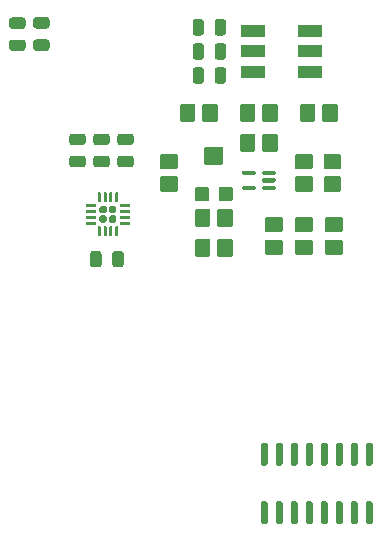
<source format=gbr>
G04 #@! TF.GenerationSoftware,KiCad,Pcbnew,(5.1.6)-1*
G04 #@! TF.CreationDate,2020-07-08T14:04:07+02:00*
G04 #@! TF.ProjectId,InteractiveGuitar,496e7465-7261-4637-9469-766547756974,rev?*
G04 #@! TF.SameCoordinates,Original*
G04 #@! TF.FileFunction,Paste,Top*
G04 #@! TF.FilePolarity,Positive*
%FSLAX46Y46*%
G04 Gerber Fmt 4.6, Leading zero omitted, Abs format (unit mm)*
G04 Created by KiCad (PCBNEW (5.1.6)-1) date 2020-07-08 14:04:07*
%MOMM*%
%LPD*%
G01*
G04 APERTURE LIST*
%ADD10R,2.000000X1.100000*%
G04 APERTURE END LIST*
G36*
G01*
X153883500Y-111785500D02*
X153583500Y-111785500D01*
G75*
G02*
X153433500Y-111635500I0J150000D01*
G01*
X153433500Y-109985500D01*
G75*
G02*
X153583500Y-109835500I150000J0D01*
G01*
X153883500Y-109835500D01*
G75*
G02*
X154033500Y-109985500I0J-150000D01*
G01*
X154033500Y-111635500D01*
G75*
G02*
X153883500Y-111785500I-150000J0D01*
G01*
G37*
G36*
G01*
X155153500Y-111785500D02*
X154853500Y-111785500D01*
G75*
G02*
X154703500Y-111635500I0J150000D01*
G01*
X154703500Y-109985500D01*
G75*
G02*
X154853500Y-109835500I150000J0D01*
G01*
X155153500Y-109835500D01*
G75*
G02*
X155303500Y-109985500I0J-150000D01*
G01*
X155303500Y-111635500D01*
G75*
G02*
X155153500Y-111785500I-150000J0D01*
G01*
G37*
G36*
G01*
X156423500Y-111785500D02*
X156123500Y-111785500D01*
G75*
G02*
X155973500Y-111635500I0J150000D01*
G01*
X155973500Y-109985500D01*
G75*
G02*
X156123500Y-109835500I150000J0D01*
G01*
X156423500Y-109835500D01*
G75*
G02*
X156573500Y-109985500I0J-150000D01*
G01*
X156573500Y-111635500D01*
G75*
G02*
X156423500Y-111785500I-150000J0D01*
G01*
G37*
G36*
G01*
X157693500Y-111785500D02*
X157393500Y-111785500D01*
G75*
G02*
X157243500Y-111635500I0J150000D01*
G01*
X157243500Y-109985500D01*
G75*
G02*
X157393500Y-109835500I150000J0D01*
G01*
X157693500Y-109835500D01*
G75*
G02*
X157843500Y-109985500I0J-150000D01*
G01*
X157843500Y-111635500D01*
G75*
G02*
X157693500Y-111785500I-150000J0D01*
G01*
G37*
G36*
G01*
X158963500Y-111785500D02*
X158663500Y-111785500D01*
G75*
G02*
X158513500Y-111635500I0J150000D01*
G01*
X158513500Y-109985500D01*
G75*
G02*
X158663500Y-109835500I150000J0D01*
G01*
X158963500Y-109835500D01*
G75*
G02*
X159113500Y-109985500I0J-150000D01*
G01*
X159113500Y-111635500D01*
G75*
G02*
X158963500Y-111785500I-150000J0D01*
G01*
G37*
G36*
G01*
X160233500Y-111785500D02*
X159933500Y-111785500D01*
G75*
G02*
X159783500Y-111635500I0J150000D01*
G01*
X159783500Y-109985500D01*
G75*
G02*
X159933500Y-109835500I150000J0D01*
G01*
X160233500Y-109835500D01*
G75*
G02*
X160383500Y-109985500I0J-150000D01*
G01*
X160383500Y-111635500D01*
G75*
G02*
X160233500Y-111785500I-150000J0D01*
G01*
G37*
G36*
G01*
X161503500Y-111785500D02*
X161203500Y-111785500D01*
G75*
G02*
X161053500Y-111635500I0J150000D01*
G01*
X161053500Y-109985500D01*
G75*
G02*
X161203500Y-109835500I150000J0D01*
G01*
X161503500Y-109835500D01*
G75*
G02*
X161653500Y-109985500I0J-150000D01*
G01*
X161653500Y-111635500D01*
G75*
G02*
X161503500Y-111785500I-150000J0D01*
G01*
G37*
G36*
G01*
X162773500Y-111785500D02*
X162473500Y-111785500D01*
G75*
G02*
X162323500Y-111635500I0J150000D01*
G01*
X162323500Y-109985500D01*
G75*
G02*
X162473500Y-109835500I150000J0D01*
G01*
X162773500Y-109835500D01*
G75*
G02*
X162923500Y-109985500I0J-150000D01*
G01*
X162923500Y-111635500D01*
G75*
G02*
X162773500Y-111785500I-150000J0D01*
G01*
G37*
G36*
G01*
X162773500Y-116735500D02*
X162473500Y-116735500D01*
G75*
G02*
X162323500Y-116585500I0J150000D01*
G01*
X162323500Y-114935500D01*
G75*
G02*
X162473500Y-114785500I150000J0D01*
G01*
X162773500Y-114785500D01*
G75*
G02*
X162923500Y-114935500I0J-150000D01*
G01*
X162923500Y-116585500D01*
G75*
G02*
X162773500Y-116735500I-150000J0D01*
G01*
G37*
G36*
G01*
X161503500Y-116735500D02*
X161203500Y-116735500D01*
G75*
G02*
X161053500Y-116585500I0J150000D01*
G01*
X161053500Y-114935500D01*
G75*
G02*
X161203500Y-114785500I150000J0D01*
G01*
X161503500Y-114785500D01*
G75*
G02*
X161653500Y-114935500I0J-150000D01*
G01*
X161653500Y-116585500D01*
G75*
G02*
X161503500Y-116735500I-150000J0D01*
G01*
G37*
G36*
G01*
X160233500Y-116735500D02*
X159933500Y-116735500D01*
G75*
G02*
X159783500Y-116585500I0J150000D01*
G01*
X159783500Y-114935500D01*
G75*
G02*
X159933500Y-114785500I150000J0D01*
G01*
X160233500Y-114785500D01*
G75*
G02*
X160383500Y-114935500I0J-150000D01*
G01*
X160383500Y-116585500D01*
G75*
G02*
X160233500Y-116735500I-150000J0D01*
G01*
G37*
G36*
G01*
X158963500Y-116735500D02*
X158663500Y-116735500D01*
G75*
G02*
X158513500Y-116585500I0J150000D01*
G01*
X158513500Y-114935500D01*
G75*
G02*
X158663500Y-114785500I150000J0D01*
G01*
X158963500Y-114785500D01*
G75*
G02*
X159113500Y-114935500I0J-150000D01*
G01*
X159113500Y-116585500D01*
G75*
G02*
X158963500Y-116735500I-150000J0D01*
G01*
G37*
G36*
G01*
X157693500Y-116735500D02*
X157393500Y-116735500D01*
G75*
G02*
X157243500Y-116585500I0J150000D01*
G01*
X157243500Y-114935500D01*
G75*
G02*
X157393500Y-114785500I150000J0D01*
G01*
X157693500Y-114785500D01*
G75*
G02*
X157843500Y-114935500I0J-150000D01*
G01*
X157843500Y-116585500D01*
G75*
G02*
X157693500Y-116735500I-150000J0D01*
G01*
G37*
G36*
G01*
X156423500Y-116735500D02*
X156123500Y-116735500D01*
G75*
G02*
X155973500Y-116585500I0J150000D01*
G01*
X155973500Y-114935500D01*
G75*
G02*
X156123500Y-114785500I150000J0D01*
G01*
X156423500Y-114785500D01*
G75*
G02*
X156573500Y-114935500I0J-150000D01*
G01*
X156573500Y-116585500D01*
G75*
G02*
X156423500Y-116735500I-150000J0D01*
G01*
G37*
G36*
G01*
X155153500Y-116735500D02*
X154853500Y-116735500D01*
G75*
G02*
X154703500Y-116585500I0J150000D01*
G01*
X154703500Y-114935500D01*
G75*
G02*
X154853500Y-114785500I150000J0D01*
G01*
X155153500Y-114785500D01*
G75*
G02*
X155303500Y-114935500I0J-150000D01*
G01*
X155303500Y-116585500D01*
G75*
G02*
X155153500Y-116735500I-150000J0D01*
G01*
G37*
G36*
G01*
X153883500Y-116735500D02*
X153583500Y-116735500D01*
G75*
G02*
X153433500Y-116585500I0J150000D01*
G01*
X153433500Y-114935500D01*
G75*
G02*
X153583500Y-114785500I150000J0D01*
G01*
X153883500Y-114785500D01*
G75*
G02*
X154033500Y-114935500I0J-150000D01*
G01*
X154033500Y-116585500D01*
G75*
G02*
X153883500Y-116735500I-150000J0D01*
G01*
G37*
G36*
G01*
X133298250Y-74797500D02*
X132385750Y-74797500D01*
G75*
G02*
X132142000Y-74553750I0J243750D01*
G01*
X132142000Y-74066250D01*
G75*
G02*
X132385750Y-73822500I243750J0D01*
G01*
X133298250Y-73822500D01*
G75*
G02*
X133542000Y-74066250I0J-243750D01*
G01*
X133542000Y-74553750D01*
G75*
G02*
X133298250Y-74797500I-243750J0D01*
G01*
G37*
G36*
G01*
X133298250Y-76672500D02*
X132385750Y-76672500D01*
G75*
G02*
X132142000Y-76428750I0J243750D01*
G01*
X132142000Y-75941250D01*
G75*
G02*
X132385750Y-75697500I243750J0D01*
G01*
X133298250Y-75697500D01*
G75*
G02*
X133542000Y-75941250I0J-243750D01*
G01*
X133542000Y-76428750D01*
G75*
G02*
X133298250Y-76672500I-243750J0D01*
G01*
G37*
G36*
G01*
X135330250Y-74782500D02*
X134417750Y-74782500D01*
G75*
G02*
X134174000Y-74538750I0J243750D01*
G01*
X134174000Y-74051250D01*
G75*
G02*
X134417750Y-73807500I243750J0D01*
G01*
X135330250Y-73807500D01*
G75*
G02*
X135574000Y-74051250I0J-243750D01*
G01*
X135574000Y-74538750D01*
G75*
G02*
X135330250Y-74782500I-243750J0D01*
G01*
G37*
G36*
G01*
X135330250Y-76657500D02*
X134417750Y-76657500D01*
G75*
G02*
X134174000Y-76413750I0J243750D01*
G01*
X134174000Y-75926250D01*
G75*
G02*
X134417750Y-75682500I243750J0D01*
G01*
X135330250Y-75682500D01*
G75*
G02*
X135574000Y-75926250I0J-243750D01*
G01*
X135574000Y-76413750D01*
G75*
G02*
X135330250Y-76657500I-243750J0D01*
G01*
G37*
D10*
X152794000Y-78408000D03*
X152794000Y-76708000D03*
X152794000Y-75008000D03*
X157594000Y-75008000D03*
X157594000Y-76708000D03*
X157594000Y-78408000D03*
G36*
G01*
X148648000Y-78283750D02*
X148648000Y-79196250D01*
G75*
G02*
X148404250Y-79440000I-243750J0D01*
G01*
X147916750Y-79440000D01*
G75*
G02*
X147673000Y-79196250I0J243750D01*
G01*
X147673000Y-78283750D01*
G75*
G02*
X147916750Y-78040000I243750J0D01*
G01*
X148404250Y-78040000D01*
G75*
G02*
X148648000Y-78283750I0J-243750D01*
G01*
G37*
G36*
G01*
X150523000Y-78283750D02*
X150523000Y-79196250D01*
G75*
G02*
X150279250Y-79440000I-243750J0D01*
G01*
X149791750Y-79440000D01*
G75*
G02*
X149548000Y-79196250I0J243750D01*
G01*
X149548000Y-78283750D01*
G75*
G02*
X149791750Y-78040000I243750J0D01*
G01*
X150279250Y-78040000D01*
G75*
G02*
X150523000Y-78283750I0J-243750D01*
G01*
G37*
G36*
G01*
X148648000Y-76251750D02*
X148648000Y-77164250D01*
G75*
G02*
X148404250Y-77408000I-243750J0D01*
G01*
X147916750Y-77408000D01*
G75*
G02*
X147673000Y-77164250I0J243750D01*
G01*
X147673000Y-76251750D01*
G75*
G02*
X147916750Y-76008000I243750J0D01*
G01*
X148404250Y-76008000D01*
G75*
G02*
X148648000Y-76251750I0J-243750D01*
G01*
G37*
G36*
G01*
X150523000Y-76251750D02*
X150523000Y-77164250D01*
G75*
G02*
X150279250Y-77408000I-243750J0D01*
G01*
X149791750Y-77408000D01*
G75*
G02*
X149548000Y-77164250I0J243750D01*
G01*
X149548000Y-76251750D01*
G75*
G02*
X149791750Y-76008000I243750J0D01*
G01*
X150279250Y-76008000D01*
G75*
G02*
X150523000Y-76251750I0J-243750D01*
G01*
G37*
G36*
G01*
X148648000Y-74207750D02*
X148648000Y-75120250D01*
G75*
G02*
X148404250Y-75364000I-243750J0D01*
G01*
X147916750Y-75364000D01*
G75*
G02*
X147673000Y-75120250I0J243750D01*
G01*
X147673000Y-74207750D01*
G75*
G02*
X147916750Y-73964000I243750J0D01*
G01*
X148404250Y-73964000D01*
G75*
G02*
X148648000Y-74207750I0J-243750D01*
G01*
G37*
G36*
G01*
X150523000Y-74207750D02*
X150523000Y-75120250D01*
G75*
G02*
X150279250Y-75364000I-243750J0D01*
G01*
X149791750Y-75364000D01*
G75*
G02*
X149548000Y-75120250I0J243750D01*
G01*
X149548000Y-74207750D01*
G75*
G02*
X149791750Y-73964000I243750J0D01*
G01*
X150279250Y-73964000D01*
G75*
G02*
X150523000Y-74207750I0J-243750D01*
G01*
G37*
G36*
G01*
X138378250Y-84640000D02*
X137465750Y-84640000D01*
G75*
G02*
X137222000Y-84396250I0J243750D01*
G01*
X137222000Y-83908750D01*
G75*
G02*
X137465750Y-83665000I243750J0D01*
G01*
X138378250Y-83665000D01*
G75*
G02*
X138622000Y-83908750I0J-243750D01*
G01*
X138622000Y-84396250D01*
G75*
G02*
X138378250Y-84640000I-243750J0D01*
G01*
G37*
G36*
G01*
X138378250Y-86515000D02*
X137465750Y-86515000D01*
G75*
G02*
X137222000Y-86271250I0J243750D01*
G01*
X137222000Y-85783750D01*
G75*
G02*
X137465750Y-85540000I243750J0D01*
G01*
X138378250Y-85540000D01*
G75*
G02*
X138622000Y-85783750I0J-243750D01*
G01*
X138622000Y-86271250D01*
G75*
G02*
X138378250Y-86515000I-243750J0D01*
G01*
G37*
G36*
G01*
X140410250Y-84640000D02*
X139497750Y-84640000D01*
G75*
G02*
X139254000Y-84396250I0J243750D01*
G01*
X139254000Y-83908750D01*
G75*
G02*
X139497750Y-83665000I243750J0D01*
G01*
X140410250Y-83665000D01*
G75*
G02*
X140654000Y-83908750I0J-243750D01*
G01*
X140654000Y-84396250D01*
G75*
G02*
X140410250Y-84640000I-243750J0D01*
G01*
G37*
G36*
G01*
X140410250Y-86515000D02*
X139497750Y-86515000D01*
G75*
G02*
X139254000Y-86271250I0J243750D01*
G01*
X139254000Y-85783750D01*
G75*
G02*
X139497750Y-85540000I243750J0D01*
G01*
X140410250Y-85540000D01*
G75*
G02*
X140654000Y-85783750I0J-243750D01*
G01*
X140654000Y-86271250D01*
G75*
G02*
X140410250Y-86515000I-243750J0D01*
G01*
G37*
G36*
G01*
X142442250Y-84640000D02*
X141529750Y-84640000D01*
G75*
G02*
X141286000Y-84396250I0J243750D01*
G01*
X141286000Y-83908750D01*
G75*
G02*
X141529750Y-83665000I243750J0D01*
G01*
X142442250Y-83665000D01*
G75*
G02*
X142686000Y-83908750I0J-243750D01*
G01*
X142686000Y-84396250D01*
G75*
G02*
X142442250Y-84640000I-243750J0D01*
G01*
G37*
G36*
G01*
X142442250Y-86515000D02*
X141529750Y-86515000D01*
G75*
G02*
X141286000Y-86271250I0J243750D01*
G01*
X141286000Y-85783750D01*
G75*
G02*
X141529750Y-85540000I243750J0D01*
G01*
X142442250Y-85540000D01*
G75*
G02*
X142686000Y-85783750I0J-243750D01*
G01*
X142686000Y-86271250D01*
G75*
G02*
X142442250Y-86515000I-243750J0D01*
G01*
G37*
G36*
G01*
X139972000Y-93835750D02*
X139972000Y-94748250D01*
G75*
G02*
X139728250Y-94992000I-243750J0D01*
G01*
X139240750Y-94992000D01*
G75*
G02*
X138997000Y-94748250I0J243750D01*
G01*
X138997000Y-93835750D01*
G75*
G02*
X139240750Y-93592000I243750J0D01*
G01*
X139728250Y-93592000D01*
G75*
G02*
X139972000Y-93835750I0J-243750D01*
G01*
G37*
G36*
G01*
X141847000Y-93835750D02*
X141847000Y-94748250D01*
G75*
G02*
X141603250Y-94992000I-243750J0D01*
G01*
X141115750Y-94992000D01*
G75*
G02*
X140872000Y-94748250I0J243750D01*
G01*
X140872000Y-93835750D01*
G75*
G02*
X141115750Y-93592000I243750J0D01*
G01*
X141603250Y-93592000D01*
G75*
G02*
X141847000Y-93835750I0J-243750D01*
G01*
G37*
G36*
G01*
X149879000Y-89293400D02*
X149879000Y-88296600D01*
G75*
G02*
X149980600Y-88195000I101600J0D01*
G01*
X150977400Y-88195000D01*
G75*
G02*
X151079000Y-88296600I0J-101600D01*
G01*
X151079000Y-89293400D01*
G75*
G02*
X150977400Y-89395000I-101600J0D01*
G01*
X149980600Y-89395000D01*
G75*
G02*
X149879000Y-89293400I0J101600D01*
G01*
G37*
G36*
G01*
X147879000Y-89293400D02*
X147879000Y-88296600D01*
G75*
G02*
X147980600Y-88195000I101600J0D01*
G01*
X148977400Y-88195000D01*
G75*
G02*
X149079000Y-88296600I0J-101600D01*
G01*
X149079000Y-89293400D01*
G75*
G02*
X148977400Y-89395000I-101600J0D01*
G01*
X147980600Y-89395000D01*
G75*
G02*
X147879000Y-89293400I0J101600D01*
G01*
G37*
G36*
G01*
X148679000Y-86193400D02*
X148679000Y-84896600D01*
G75*
G02*
X148780600Y-84795000I101600J0D01*
G01*
X150177400Y-84795000D01*
G75*
G02*
X150279000Y-84896600I0J-101600D01*
G01*
X150279000Y-86193400D01*
G75*
G02*
X150177400Y-86295000I-101600J0D01*
G01*
X148780600Y-86295000D01*
G75*
G02*
X148679000Y-86193400I0J101600D01*
G01*
G37*
G36*
G01*
X152912400Y-88455000D02*
X151965600Y-88455000D01*
G75*
G02*
X151864000Y-88353400I0J101600D01*
G01*
X151864000Y-88206600D01*
G75*
G02*
X151965600Y-88105000I101600J0D01*
G01*
X152912400Y-88105000D01*
G75*
G02*
X153014000Y-88206600I0J-101600D01*
G01*
X153014000Y-88353400D01*
G75*
G02*
X152912400Y-88455000I-101600J0D01*
G01*
G37*
G36*
G01*
X152912400Y-87155000D02*
X151965600Y-87155000D01*
G75*
G02*
X151864000Y-87053400I0J101600D01*
G01*
X151864000Y-86906600D01*
G75*
G02*
X151965600Y-86805000I101600J0D01*
G01*
X152912400Y-86805000D01*
G75*
G02*
X153014000Y-86906600I0J-101600D01*
G01*
X153014000Y-87053400D01*
G75*
G02*
X152912400Y-87155000I-101600J0D01*
G01*
G37*
G36*
G01*
X154612400Y-87155000D02*
X153665600Y-87155000D01*
G75*
G02*
X153564000Y-87053400I0J101600D01*
G01*
X153564000Y-86906600D01*
G75*
G02*
X153665600Y-86805000I101600J0D01*
G01*
X154612400Y-86805000D01*
G75*
G02*
X154714000Y-86906600I0J-101600D01*
G01*
X154714000Y-87053400D01*
G75*
G02*
X154612400Y-87155000I-101600J0D01*
G01*
G37*
G36*
G01*
X154612400Y-87805000D02*
X153665600Y-87805000D01*
G75*
G02*
X153564000Y-87703400I0J101600D01*
G01*
X153564000Y-87556600D01*
G75*
G02*
X153665600Y-87455000I101600J0D01*
G01*
X154612400Y-87455000D01*
G75*
G02*
X154714000Y-87556600I0J-101600D01*
G01*
X154714000Y-87703400D01*
G75*
G02*
X154612400Y-87805000I-101600J0D01*
G01*
G37*
G36*
G01*
X154612400Y-88455000D02*
X153665600Y-88455000D01*
G75*
G02*
X153564000Y-88353400I0J101600D01*
G01*
X153564000Y-88206600D01*
G75*
G02*
X153665600Y-88105000I101600J0D01*
G01*
X154612400Y-88105000D01*
G75*
G02*
X154714000Y-88206600I0J-101600D01*
G01*
X154714000Y-88353400D01*
G75*
G02*
X154612400Y-88455000I-101600J0D01*
G01*
G37*
G36*
G01*
X139954000Y-90578000D02*
X140274000Y-90578000D01*
G75*
G02*
X140434000Y-90738000I0J-160000D01*
G01*
X140434000Y-91058000D01*
G75*
G02*
X140274000Y-91218000I-160000J0D01*
G01*
X139954000Y-91218000D01*
G75*
G02*
X139794000Y-91058000I0J160000D01*
G01*
X139794000Y-90738000D01*
G75*
G02*
X139954000Y-90578000I160000J0D01*
G01*
G37*
G36*
G01*
X140754000Y-90578000D02*
X141074000Y-90578000D01*
G75*
G02*
X141234000Y-90738000I0J-160000D01*
G01*
X141234000Y-91058000D01*
G75*
G02*
X141074000Y-91218000I-160000J0D01*
G01*
X140754000Y-91218000D01*
G75*
G02*
X140594000Y-91058000I0J160000D01*
G01*
X140594000Y-90738000D01*
G75*
G02*
X140754000Y-90578000I160000J0D01*
G01*
G37*
G36*
G01*
X139954000Y-89778000D02*
X140274000Y-89778000D01*
G75*
G02*
X140434000Y-89938000I0J-160000D01*
G01*
X140434000Y-90258000D01*
G75*
G02*
X140274000Y-90418000I-160000J0D01*
G01*
X139954000Y-90418000D01*
G75*
G02*
X139794000Y-90258000I0J160000D01*
G01*
X139794000Y-89938000D01*
G75*
G02*
X139954000Y-89778000I160000J0D01*
G01*
G37*
G36*
G01*
X140754000Y-89778000D02*
X141074000Y-89778000D01*
G75*
G02*
X141234000Y-89938000I0J-160000D01*
G01*
X141234000Y-90258000D01*
G75*
G02*
X141074000Y-90418000I-160000J0D01*
G01*
X140754000Y-90418000D01*
G75*
G02*
X140594000Y-90258000I0J160000D01*
G01*
X140594000Y-89938000D01*
G75*
G02*
X140754000Y-89778000I160000J0D01*
G01*
G37*
G36*
G01*
X141576500Y-89623000D02*
X142326500Y-89623000D01*
G75*
G02*
X142389000Y-89685500I0J-62500D01*
G01*
X142389000Y-89810500D01*
G75*
G02*
X142326500Y-89873000I-62500J0D01*
G01*
X141576500Y-89873000D01*
G75*
G02*
X141514000Y-89810500I0J62500D01*
G01*
X141514000Y-89685500D01*
G75*
G02*
X141576500Y-89623000I62500J0D01*
G01*
G37*
G36*
G01*
X141576500Y-90123000D02*
X142326500Y-90123000D01*
G75*
G02*
X142389000Y-90185500I0J-62500D01*
G01*
X142389000Y-90310500D01*
G75*
G02*
X142326500Y-90373000I-62500J0D01*
G01*
X141576500Y-90373000D01*
G75*
G02*
X141514000Y-90310500I0J62500D01*
G01*
X141514000Y-90185500D01*
G75*
G02*
X141576500Y-90123000I62500J0D01*
G01*
G37*
G36*
G01*
X141576500Y-90623000D02*
X142326500Y-90623000D01*
G75*
G02*
X142389000Y-90685500I0J-62500D01*
G01*
X142389000Y-90810500D01*
G75*
G02*
X142326500Y-90873000I-62500J0D01*
G01*
X141576500Y-90873000D01*
G75*
G02*
X141514000Y-90810500I0J62500D01*
G01*
X141514000Y-90685500D01*
G75*
G02*
X141576500Y-90623000I62500J0D01*
G01*
G37*
G36*
G01*
X141576500Y-91123000D02*
X142326500Y-91123000D01*
G75*
G02*
X142389000Y-91185500I0J-62500D01*
G01*
X142389000Y-91310500D01*
G75*
G02*
X142326500Y-91373000I-62500J0D01*
G01*
X141576500Y-91373000D01*
G75*
G02*
X141514000Y-91310500I0J62500D01*
G01*
X141514000Y-91185500D01*
G75*
G02*
X141576500Y-91123000I62500J0D01*
G01*
G37*
G36*
G01*
X141201500Y-91498000D02*
X141326500Y-91498000D01*
G75*
G02*
X141389000Y-91560500I0J-62500D01*
G01*
X141389000Y-92310500D01*
G75*
G02*
X141326500Y-92373000I-62500J0D01*
G01*
X141201500Y-92373000D01*
G75*
G02*
X141139000Y-92310500I0J62500D01*
G01*
X141139000Y-91560500D01*
G75*
G02*
X141201500Y-91498000I62500J0D01*
G01*
G37*
G36*
G01*
X140701500Y-91498000D02*
X140826500Y-91498000D01*
G75*
G02*
X140889000Y-91560500I0J-62500D01*
G01*
X140889000Y-92310500D01*
G75*
G02*
X140826500Y-92373000I-62500J0D01*
G01*
X140701500Y-92373000D01*
G75*
G02*
X140639000Y-92310500I0J62500D01*
G01*
X140639000Y-91560500D01*
G75*
G02*
X140701500Y-91498000I62500J0D01*
G01*
G37*
G36*
G01*
X140201500Y-91498000D02*
X140326500Y-91498000D01*
G75*
G02*
X140389000Y-91560500I0J-62500D01*
G01*
X140389000Y-92310500D01*
G75*
G02*
X140326500Y-92373000I-62500J0D01*
G01*
X140201500Y-92373000D01*
G75*
G02*
X140139000Y-92310500I0J62500D01*
G01*
X140139000Y-91560500D01*
G75*
G02*
X140201500Y-91498000I62500J0D01*
G01*
G37*
G36*
G01*
X139701500Y-91498000D02*
X139826500Y-91498000D01*
G75*
G02*
X139889000Y-91560500I0J-62500D01*
G01*
X139889000Y-92310500D01*
G75*
G02*
X139826500Y-92373000I-62500J0D01*
G01*
X139701500Y-92373000D01*
G75*
G02*
X139639000Y-92310500I0J62500D01*
G01*
X139639000Y-91560500D01*
G75*
G02*
X139701500Y-91498000I62500J0D01*
G01*
G37*
G36*
G01*
X138701500Y-91123000D02*
X139451500Y-91123000D01*
G75*
G02*
X139514000Y-91185500I0J-62500D01*
G01*
X139514000Y-91310500D01*
G75*
G02*
X139451500Y-91373000I-62500J0D01*
G01*
X138701500Y-91373000D01*
G75*
G02*
X138639000Y-91310500I0J62500D01*
G01*
X138639000Y-91185500D01*
G75*
G02*
X138701500Y-91123000I62500J0D01*
G01*
G37*
G36*
G01*
X138701500Y-90623000D02*
X139451500Y-90623000D01*
G75*
G02*
X139514000Y-90685500I0J-62500D01*
G01*
X139514000Y-90810500D01*
G75*
G02*
X139451500Y-90873000I-62500J0D01*
G01*
X138701500Y-90873000D01*
G75*
G02*
X138639000Y-90810500I0J62500D01*
G01*
X138639000Y-90685500D01*
G75*
G02*
X138701500Y-90623000I62500J0D01*
G01*
G37*
G36*
G01*
X138701500Y-90123000D02*
X139451500Y-90123000D01*
G75*
G02*
X139514000Y-90185500I0J-62500D01*
G01*
X139514000Y-90310500D01*
G75*
G02*
X139451500Y-90373000I-62500J0D01*
G01*
X138701500Y-90373000D01*
G75*
G02*
X138639000Y-90310500I0J62500D01*
G01*
X138639000Y-90185500D01*
G75*
G02*
X138701500Y-90123000I62500J0D01*
G01*
G37*
G36*
G01*
X138701500Y-89623000D02*
X139451500Y-89623000D01*
G75*
G02*
X139514000Y-89685500I0J-62500D01*
G01*
X139514000Y-89810500D01*
G75*
G02*
X139451500Y-89873000I-62500J0D01*
G01*
X138701500Y-89873000D01*
G75*
G02*
X138639000Y-89810500I0J62500D01*
G01*
X138639000Y-89685500D01*
G75*
G02*
X138701500Y-89623000I62500J0D01*
G01*
G37*
G36*
G01*
X139701500Y-88623000D02*
X139826500Y-88623000D01*
G75*
G02*
X139889000Y-88685500I0J-62500D01*
G01*
X139889000Y-89435500D01*
G75*
G02*
X139826500Y-89498000I-62500J0D01*
G01*
X139701500Y-89498000D01*
G75*
G02*
X139639000Y-89435500I0J62500D01*
G01*
X139639000Y-88685500D01*
G75*
G02*
X139701500Y-88623000I62500J0D01*
G01*
G37*
G36*
G01*
X140201500Y-88623000D02*
X140326500Y-88623000D01*
G75*
G02*
X140389000Y-88685500I0J-62500D01*
G01*
X140389000Y-89435500D01*
G75*
G02*
X140326500Y-89498000I-62500J0D01*
G01*
X140201500Y-89498000D01*
G75*
G02*
X140139000Y-89435500I0J62500D01*
G01*
X140139000Y-88685500D01*
G75*
G02*
X140201500Y-88623000I62500J0D01*
G01*
G37*
G36*
G01*
X140701500Y-88623000D02*
X140826500Y-88623000D01*
G75*
G02*
X140889000Y-88685500I0J-62500D01*
G01*
X140889000Y-89435500D01*
G75*
G02*
X140826500Y-89498000I-62500J0D01*
G01*
X140701500Y-89498000D01*
G75*
G02*
X140639000Y-89435500I0J62500D01*
G01*
X140639000Y-88685500D01*
G75*
G02*
X140701500Y-88623000I62500J0D01*
G01*
G37*
G36*
G01*
X141201500Y-88623000D02*
X141326500Y-88623000D01*
G75*
G02*
X141389000Y-88685500I0J-62500D01*
G01*
X141389000Y-89435500D01*
G75*
G02*
X141326500Y-89498000I-62500J0D01*
G01*
X141201500Y-89498000D01*
G75*
G02*
X141139000Y-89435500I0J62500D01*
G01*
X141139000Y-88685500D01*
G75*
G02*
X141201500Y-88623000I62500J0D01*
G01*
G37*
G36*
G01*
X147909000Y-81266600D02*
X147909000Y-82563400D01*
G75*
G02*
X147807400Y-82665000I-101600J0D01*
G01*
X146710600Y-82665000D01*
G75*
G02*
X146609000Y-82563400I0J101600D01*
G01*
X146609000Y-81266600D01*
G75*
G02*
X146710600Y-81165000I101600J0D01*
G01*
X147807400Y-81165000D01*
G75*
G02*
X147909000Y-81266600I0J-101600D01*
G01*
G37*
G36*
G01*
X149809000Y-81266600D02*
X149809000Y-82563400D01*
G75*
G02*
X149707400Y-82665000I-101600J0D01*
G01*
X148610600Y-82665000D01*
G75*
G02*
X148509000Y-82563400I0J101600D01*
G01*
X148509000Y-81266600D01*
G75*
G02*
X148610600Y-81165000I101600J0D01*
G01*
X149707400Y-81165000D01*
G75*
G02*
X149809000Y-81266600I0J-101600D01*
G01*
G37*
G36*
G01*
X156450600Y-87295000D02*
X157747400Y-87295000D01*
G75*
G02*
X157849000Y-87396600I0J-101600D01*
G01*
X157849000Y-88493400D01*
G75*
G02*
X157747400Y-88595000I-101600J0D01*
G01*
X156450600Y-88595000D01*
G75*
G02*
X156349000Y-88493400I0J101600D01*
G01*
X156349000Y-87396600D01*
G75*
G02*
X156450600Y-87295000I101600J0D01*
G01*
G37*
G36*
G01*
X156450600Y-85395000D02*
X157747400Y-85395000D01*
G75*
G02*
X157849000Y-85496600I0J-101600D01*
G01*
X157849000Y-86593400D01*
G75*
G02*
X157747400Y-86695000I-101600J0D01*
G01*
X156450600Y-86695000D01*
G75*
G02*
X156349000Y-86593400I0J101600D01*
G01*
X156349000Y-85496600D01*
G75*
G02*
X156450600Y-85395000I101600J0D01*
G01*
G37*
G36*
G01*
X155207400Y-92035000D02*
X153910600Y-92035000D01*
G75*
G02*
X153809000Y-91933400I0J101600D01*
G01*
X153809000Y-90836600D01*
G75*
G02*
X153910600Y-90735000I101600J0D01*
G01*
X155207400Y-90735000D01*
G75*
G02*
X155309000Y-90836600I0J-101600D01*
G01*
X155309000Y-91933400D01*
G75*
G02*
X155207400Y-92035000I-101600J0D01*
G01*
G37*
G36*
G01*
X155207400Y-93935000D02*
X153910600Y-93935000D01*
G75*
G02*
X153809000Y-93833400I0J101600D01*
G01*
X153809000Y-92736600D01*
G75*
G02*
X153910600Y-92635000I101600J0D01*
G01*
X155207400Y-92635000D01*
G75*
G02*
X155309000Y-92736600I0J-101600D01*
G01*
X155309000Y-93833400D01*
G75*
G02*
X155207400Y-93935000I-101600J0D01*
G01*
G37*
G36*
G01*
X152989000Y-81266600D02*
X152989000Y-82563400D01*
G75*
G02*
X152887400Y-82665000I-101600J0D01*
G01*
X151790600Y-82665000D01*
G75*
G02*
X151689000Y-82563400I0J101600D01*
G01*
X151689000Y-81266600D01*
G75*
G02*
X151790600Y-81165000I101600J0D01*
G01*
X152887400Y-81165000D01*
G75*
G02*
X152989000Y-81266600I0J-101600D01*
G01*
G37*
G36*
G01*
X154889000Y-81266600D02*
X154889000Y-82563400D01*
G75*
G02*
X154787400Y-82665000I-101600J0D01*
G01*
X153690600Y-82665000D01*
G75*
G02*
X153589000Y-82563400I0J101600D01*
G01*
X153589000Y-81266600D01*
G75*
G02*
X153690600Y-81165000I101600J0D01*
G01*
X154787400Y-81165000D01*
G75*
G02*
X154889000Y-81266600I0J-101600D01*
G01*
G37*
G36*
G01*
X160287400Y-92035000D02*
X158990600Y-92035000D01*
G75*
G02*
X158889000Y-91933400I0J101600D01*
G01*
X158889000Y-90836600D01*
G75*
G02*
X158990600Y-90735000I101600J0D01*
G01*
X160287400Y-90735000D01*
G75*
G02*
X160389000Y-90836600I0J-101600D01*
G01*
X160389000Y-91933400D01*
G75*
G02*
X160287400Y-92035000I-101600J0D01*
G01*
G37*
G36*
G01*
X160287400Y-93935000D02*
X158990600Y-93935000D01*
G75*
G02*
X158889000Y-93833400I0J101600D01*
G01*
X158889000Y-92736600D01*
G75*
G02*
X158990600Y-92635000I101600J0D01*
G01*
X160287400Y-92635000D01*
G75*
G02*
X160389000Y-92736600I0J-101600D01*
G01*
X160389000Y-93833400D01*
G75*
G02*
X160287400Y-93935000I-101600J0D01*
G01*
G37*
G36*
G01*
X149779000Y-93993400D02*
X149779000Y-92696600D01*
G75*
G02*
X149880600Y-92595000I101600J0D01*
G01*
X150977400Y-92595000D01*
G75*
G02*
X151079000Y-92696600I0J-101600D01*
G01*
X151079000Y-93993400D01*
G75*
G02*
X150977400Y-94095000I-101600J0D01*
G01*
X149880600Y-94095000D01*
G75*
G02*
X149779000Y-93993400I0J101600D01*
G01*
G37*
G36*
G01*
X147879000Y-93993400D02*
X147879000Y-92696600D01*
G75*
G02*
X147980600Y-92595000I101600J0D01*
G01*
X149077400Y-92595000D01*
G75*
G02*
X149179000Y-92696600I0J-101600D01*
G01*
X149179000Y-93993400D01*
G75*
G02*
X149077400Y-94095000I-101600J0D01*
G01*
X147980600Y-94095000D01*
G75*
G02*
X147879000Y-93993400I0J101600D01*
G01*
G37*
G36*
G01*
X153589000Y-85103400D02*
X153589000Y-83806600D01*
G75*
G02*
X153690600Y-83705000I101600J0D01*
G01*
X154787400Y-83705000D01*
G75*
G02*
X154889000Y-83806600I0J-101600D01*
G01*
X154889000Y-85103400D01*
G75*
G02*
X154787400Y-85205000I-101600J0D01*
G01*
X153690600Y-85205000D01*
G75*
G02*
X153589000Y-85103400I0J101600D01*
G01*
G37*
G36*
G01*
X151689000Y-85103400D02*
X151689000Y-83806600D01*
G75*
G02*
X151790600Y-83705000I101600J0D01*
G01*
X152887400Y-83705000D01*
G75*
G02*
X152989000Y-83806600I0J-101600D01*
G01*
X152989000Y-85103400D01*
G75*
G02*
X152887400Y-85205000I-101600J0D01*
G01*
X151790600Y-85205000D01*
G75*
G02*
X151689000Y-85103400I0J101600D01*
G01*
G37*
G36*
G01*
X149179000Y-90156600D02*
X149179000Y-91453400D01*
G75*
G02*
X149077400Y-91555000I-101600J0D01*
G01*
X147980600Y-91555000D01*
G75*
G02*
X147879000Y-91453400I0J101600D01*
G01*
X147879000Y-90156600D01*
G75*
G02*
X147980600Y-90055000I101600J0D01*
G01*
X149077400Y-90055000D01*
G75*
G02*
X149179000Y-90156600I0J-101600D01*
G01*
G37*
G36*
G01*
X151079000Y-90156600D02*
X151079000Y-91453400D01*
G75*
G02*
X150977400Y-91555000I-101600J0D01*
G01*
X149880600Y-91555000D01*
G75*
G02*
X149779000Y-91453400I0J101600D01*
G01*
X149779000Y-90156600D01*
G75*
G02*
X149880600Y-90055000I101600J0D01*
G01*
X150977400Y-90055000D01*
G75*
G02*
X151079000Y-90156600I0J-101600D01*
G01*
G37*
G36*
G01*
X145020600Y-87295000D02*
X146317400Y-87295000D01*
G75*
G02*
X146419000Y-87396600I0J-101600D01*
G01*
X146419000Y-88493400D01*
G75*
G02*
X146317400Y-88595000I-101600J0D01*
G01*
X145020600Y-88595000D01*
G75*
G02*
X144919000Y-88493400I0J101600D01*
G01*
X144919000Y-87396600D01*
G75*
G02*
X145020600Y-87295000I101600J0D01*
G01*
G37*
G36*
G01*
X145020600Y-85395000D02*
X146317400Y-85395000D01*
G75*
G02*
X146419000Y-85496600I0J-101600D01*
G01*
X146419000Y-86593400D01*
G75*
G02*
X146317400Y-86695000I-101600J0D01*
G01*
X145020600Y-86695000D01*
G75*
G02*
X144919000Y-86593400I0J101600D01*
G01*
X144919000Y-85496600D01*
G75*
G02*
X145020600Y-85395000I101600J0D01*
G01*
G37*
G36*
G01*
X158669000Y-82563400D02*
X158669000Y-81266600D01*
G75*
G02*
X158770600Y-81165000I101600J0D01*
G01*
X159867400Y-81165000D01*
G75*
G02*
X159969000Y-81266600I0J-101600D01*
G01*
X159969000Y-82563400D01*
G75*
G02*
X159867400Y-82665000I-101600J0D01*
G01*
X158770600Y-82665000D01*
G75*
G02*
X158669000Y-82563400I0J101600D01*
G01*
G37*
G36*
G01*
X156769000Y-82563400D02*
X156769000Y-81266600D01*
G75*
G02*
X156870600Y-81165000I101600J0D01*
G01*
X157967400Y-81165000D01*
G75*
G02*
X158069000Y-81266600I0J-101600D01*
G01*
X158069000Y-82563400D01*
G75*
G02*
X157967400Y-82665000I-101600J0D01*
G01*
X156870600Y-82665000D01*
G75*
G02*
X156769000Y-82563400I0J101600D01*
G01*
G37*
G36*
G01*
X157747400Y-92035000D02*
X156450600Y-92035000D01*
G75*
G02*
X156349000Y-91933400I0J101600D01*
G01*
X156349000Y-90836600D01*
G75*
G02*
X156450600Y-90735000I101600J0D01*
G01*
X157747400Y-90735000D01*
G75*
G02*
X157849000Y-90836600I0J-101600D01*
G01*
X157849000Y-91933400D01*
G75*
G02*
X157747400Y-92035000I-101600J0D01*
G01*
G37*
G36*
G01*
X157747400Y-93935000D02*
X156450600Y-93935000D01*
G75*
G02*
X156349000Y-93833400I0J101600D01*
G01*
X156349000Y-92736600D01*
G75*
G02*
X156450600Y-92635000I101600J0D01*
G01*
X157747400Y-92635000D01*
G75*
G02*
X157849000Y-92736600I0J-101600D01*
G01*
X157849000Y-93833400D01*
G75*
G02*
X157747400Y-93935000I-101600J0D01*
G01*
G37*
G36*
G01*
X158863600Y-87295000D02*
X160160400Y-87295000D01*
G75*
G02*
X160262000Y-87396600I0J-101600D01*
G01*
X160262000Y-88493400D01*
G75*
G02*
X160160400Y-88595000I-101600J0D01*
G01*
X158863600Y-88595000D01*
G75*
G02*
X158762000Y-88493400I0J101600D01*
G01*
X158762000Y-87396600D01*
G75*
G02*
X158863600Y-87295000I101600J0D01*
G01*
G37*
G36*
G01*
X158863600Y-85395000D02*
X160160400Y-85395000D01*
G75*
G02*
X160262000Y-85496600I0J-101600D01*
G01*
X160262000Y-86593400D01*
G75*
G02*
X160160400Y-86695000I-101600J0D01*
G01*
X158863600Y-86695000D01*
G75*
G02*
X158762000Y-86593400I0J101600D01*
G01*
X158762000Y-85496600D01*
G75*
G02*
X158863600Y-85395000I101600J0D01*
G01*
G37*
M02*

</source>
